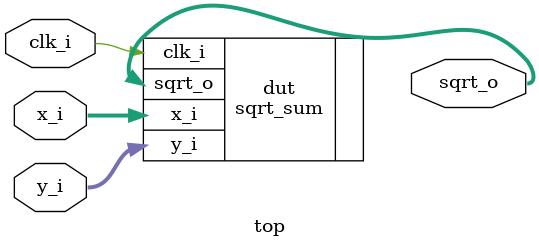
<source format=sv>
module top (
    //inputs
    input  logic clk_i,
    input  logic [15:0] x_i,
    input  logic [15:0] y_i,
    //outputs
    output logic [21:0] sqrt_o
);
    sqrt_sum dut (
        .clk_i  (clk_i),
    	.x_i    (x_i),
    	.y_i    (y_i),
    	.sqrt_o (sqrt_o)
    );
endmodule : top

</source>
